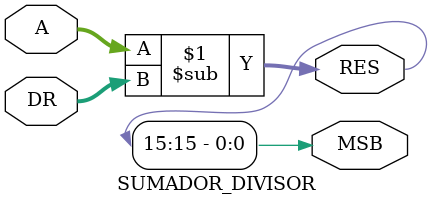
<source format=v>
module SUMADOR_DIVISOR (
    input [15:0] A,    
    input [15:0] DR,  
    output [15:0] RES, 
    output MSB  
);

 wire [15:0] SUB;
// Resta en complemento a dos
    assign RES = A - DR;

    // Bit de signo
    assign MSB = RES[15];

endmodule


</source>
